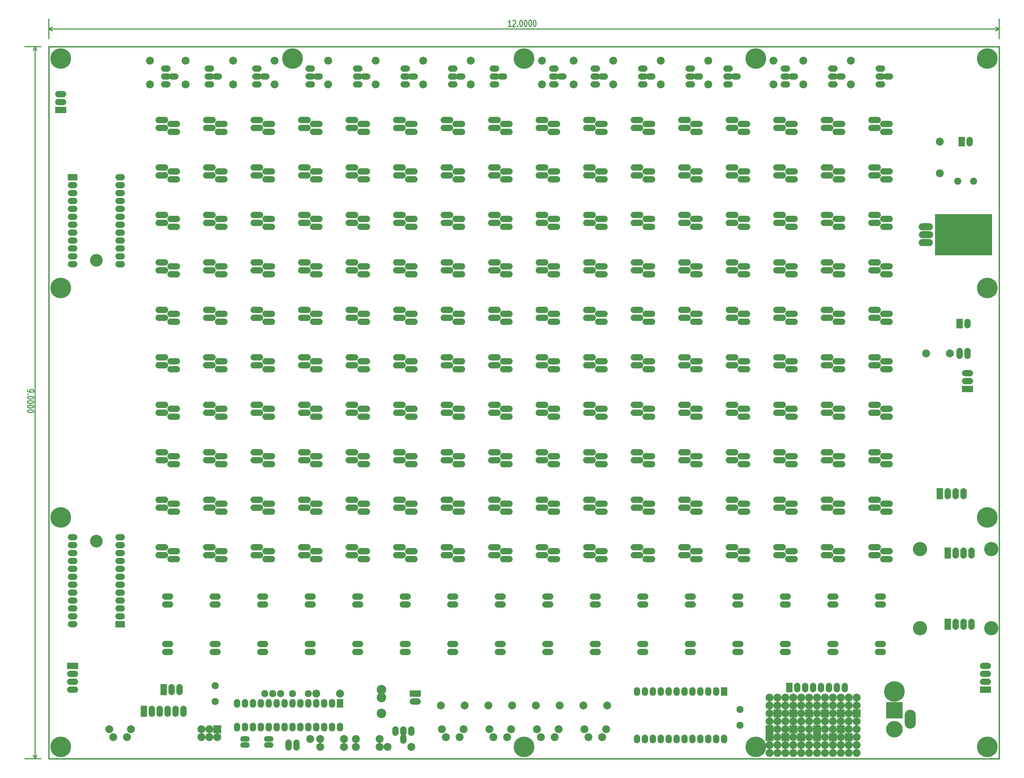
<source format=gts>
G04 (created by PCBNEW-RS274X (2010-05-05 BZR 2356)-stable) date 01/08/11 21:12:40*
G01*
G70*
G90*
%MOIN*%
G04 Gerber Fmt 3.4, Leading zero omitted, Abs format*
%FSLAX34Y34*%
G04 APERTURE LIST*
%ADD10C,0.005000*%
%ADD11C,0.012000*%
%ADD12C,0.015000*%
%ADD13C,0.090000*%
%ADD14C,0.100000*%
%ADD15O,0.120000X0.070000*%
%ADD16R,0.080000X0.110000*%
%ADD17O,0.080000X0.110000*%
%ADD18C,0.180000*%
%ADD19R,0.100000X0.100000*%
%ADD20R,0.120000X0.080000*%
%ADD21O,0.120000X0.080000*%
%ADD22O,0.080000X0.140000*%
%ADD23O,0.160000X0.080000*%
%ADD24O,0.180000X0.090000*%
%ADD25R,0.720000X0.520000*%
%ADD26C,0.120000*%
%ADD27O,0.140000X0.080000*%
%ADD28R,0.080000X0.120000*%
%ADD29O,0.080000X0.120000*%
%ADD30R,0.080000X0.140000*%
%ADD31R,0.140000X0.080000*%
%ADD32C,0.209000*%
%ADD33R,0.209000X0.209000*%
%ADD34O,0.140000X0.240000*%
%ADD35C,0.160000*%
%ADD36C,0.260000*%
G04 APERTURE END LIST*
G54D10*
G54D11*
X07287Y-53372D02*
X07287Y-53487D01*
X07325Y-53544D01*
X07363Y-53572D01*
X07478Y-53630D01*
X07630Y-53658D01*
X07935Y-53658D01*
X08011Y-53630D01*
X08049Y-53601D01*
X08087Y-53544D01*
X08087Y-53430D01*
X08049Y-53372D01*
X08011Y-53344D01*
X07935Y-53315D01*
X07744Y-53315D01*
X07668Y-53344D01*
X07630Y-53372D01*
X07592Y-53430D01*
X07592Y-53544D01*
X07630Y-53601D01*
X07668Y-53630D01*
X07744Y-53658D01*
X07363Y-53915D02*
X07325Y-53943D01*
X07287Y-53915D01*
X07325Y-53886D01*
X07363Y-53915D01*
X07287Y-53915D01*
X08087Y-54315D02*
X08087Y-54372D01*
X08049Y-54429D01*
X08011Y-54458D01*
X07935Y-54487D01*
X07782Y-54515D01*
X07592Y-54515D01*
X07440Y-54487D01*
X07363Y-54458D01*
X07325Y-54429D01*
X07287Y-54372D01*
X07287Y-54315D01*
X07325Y-54258D01*
X07363Y-54229D01*
X07440Y-54201D01*
X07592Y-54172D01*
X07782Y-54172D01*
X07935Y-54201D01*
X08011Y-54229D01*
X08049Y-54258D01*
X08087Y-54315D01*
X08087Y-54886D02*
X08087Y-54943D01*
X08049Y-55000D01*
X08011Y-55029D01*
X07935Y-55058D01*
X07782Y-55086D01*
X07592Y-55086D01*
X07440Y-55058D01*
X07363Y-55029D01*
X07325Y-55000D01*
X07287Y-54943D01*
X07287Y-54886D01*
X07325Y-54829D01*
X07363Y-54800D01*
X07440Y-54772D01*
X07592Y-54743D01*
X07782Y-54743D01*
X07935Y-54772D01*
X08011Y-54800D01*
X08049Y-54829D01*
X08087Y-54886D01*
X08087Y-55457D02*
X08087Y-55514D01*
X08049Y-55571D01*
X08011Y-55600D01*
X07935Y-55629D01*
X07782Y-55657D01*
X07592Y-55657D01*
X07440Y-55629D01*
X07363Y-55600D01*
X07325Y-55571D01*
X07287Y-55514D01*
X07287Y-55457D01*
X07325Y-55400D01*
X07363Y-55371D01*
X07440Y-55343D01*
X07592Y-55314D01*
X07782Y-55314D01*
X07935Y-55343D01*
X08011Y-55371D01*
X08049Y-55400D01*
X08087Y-55457D01*
X08087Y-56028D02*
X08087Y-56085D01*
X08049Y-56142D01*
X08011Y-56171D01*
X07935Y-56200D01*
X07782Y-56228D01*
X07592Y-56228D01*
X07440Y-56200D01*
X07363Y-56171D01*
X07325Y-56142D01*
X07287Y-56085D01*
X07287Y-56028D01*
X07325Y-55971D01*
X07363Y-55942D01*
X07440Y-55914D01*
X07592Y-55885D01*
X07782Y-55885D01*
X07935Y-55914D01*
X08011Y-55942D01*
X08049Y-55971D01*
X08087Y-56028D01*
X08251Y-10000D02*
X08251Y-100000D01*
X09000Y-10000D02*
X06971Y-10000D01*
X09000Y-100000D02*
X06971Y-100000D01*
X08251Y-100000D02*
X08021Y-99557D01*
X08251Y-100000D02*
X08481Y-99557D01*
X08251Y-10000D02*
X08021Y-10443D01*
X08251Y-10000D02*
X08481Y-10443D01*
X68373Y-07435D02*
X68030Y-07435D01*
X68202Y-07435D02*
X68202Y-06635D01*
X68145Y-06749D01*
X68087Y-06825D01*
X68030Y-06863D01*
X68601Y-06711D02*
X68630Y-06673D01*
X68687Y-06635D01*
X68830Y-06635D01*
X68887Y-06673D01*
X68916Y-06711D01*
X68944Y-06787D01*
X68944Y-06863D01*
X68916Y-06978D01*
X68573Y-07435D01*
X68944Y-07435D01*
X69201Y-07359D02*
X69229Y-07397D01*
X69201Y-07435D01*
X69172Y-07397D01*
X69201Y-07359D01*
X69201Y-07435D01*
X69601Y-06635D02*
X69658Y-06635D01*
X69715Y-06673D01*
X69744Y-06711D01*
X69773Y-06787D01*
X69801Y-06940D01*
X69801Y-07130D01*
X69773Y-07282D01*
X69744Y-07359D01*
X69715Y-07397D01*
X69658Y-07435D01*
X69601Y-07435D01*
X69544Y-07397D01*
X69515Y-07359D01*
X69487Y-07282D01*
X69458Y-07130D01*
X69458Y-06940D01*
X69487Y-06787D01*
X69515Y-06711D01*
X69544Y-06673D01*
X69601Y-06635D01*
X70172Y-06635D02*
X70229Y-06635D01*
X70286Y-06673D01*
X70315Y-06711D01*
X70344Y-06787D01*
X70372Y-06940D01*
X70372Y-07130D01*
X70344Y-07282D01*
X70315Y-07359D01*
X70286Y-07397D01*
X70229Y-07435D01*
X70172Y-07435D01*
X70115Y-07397D01*
X70086Y-07359D01*
X70058Y-07282D01*
X70029Y-07130D01*
X70029Y-06940D01*
X70058Y-06787D01*
X70086Y-06711D01*
X70115Y-06673D01*
X70172Y-06635D01*
X70743Y-06635D02*
X70800Y-06635D01*
X70857Y-06673D01*
X70886Y-06711D01*
X70915Y-06787D01*
X70943Y-06940D01*
X70943Y-07130D01*
X70915Y-07282D01*
X70886Y-07359D01*
X70857Y-07397D01*
X70800Y-07435D01*
X70743Y-07435D01*
X70686Y-07397D01*
X70657Y-07359D01*
X70629Y-07282D01*
X70600Y-07130D01*
X70600Y-06940D01*
X70629Y-06787D01*
X70657Y-06711D01*
X70686Y-06673D01*
X70743Y-06635D01*
X71314Y-06635D02*
X71371Y-06635D01*
X71428Y-06673D01*
X71457Y-06711D01*
X71486Y-06787D01*
X71514Y-06940D01*
X71514Y-07130D01*
X71486Y-07282D01*
X71457Y-07359D01*
X71428Y-07397D01*
X71371Y-07435D01*
X71314Y-07435D01*
X71257Y-07397D01*
X71228Y-07359D01*
X71200Y-07282D01*
X71171Y-07130D01*
X71171Y-06940D01*
X71200Y-06787D01*
X71228Y-06711D01*
X71257Y-06673D01*
X71314Y-06635D01*
X10000Y-07751D02*
X130000Y-07751D01*
X10000Y-09000D02*
X10000Y-06471D01*
X130000Y-09000D02*
X130000Y-06471D01*
X130000Y-07751D02*
X129557Y-07981D01*
X130000Y-07751D02*
X129557Y-07521D01*
X10000Y-07751D02*
X10443Y-07981D01*
X10000Y-07751D02*
X10443Y-07521D01*
G54D12*
X10000Y-100000D02*
X10000Y-10000D01*
X130000Y-100000D02*
X10000Y-100000D01*
X130000Y-10000D02*
X130000Y-100000D01*
X10000Y-10000D02*
X130000Y-10000D01*
G54D13*
X39250Y-91750D03*
X37250Y-91750D03*
X38250Y-91750D03*
G54D14*
X51750Y-97500D03*
X48750Y-97500D03*
X52750Y-98500D03*
X55750Y-98500D03*
X44250Y-98500D03*
X47250Y-98500D03*
X123750Y-48750D03*
X120750Y-48750D03*
G54D15*
X37750Y-98250D03*
X34750Y-98250D03*
G54D14*
X43750Y-91750D03*
X46750Y-91750D03*
X48750Y-98500D03*
X51750Y-98500D03*
X27250Y-14750D03*
X27250Y-11750D03*
X33250Y-14750D03*
X33250Y-11750D03*
X38500Y-14750D03*
X38500Y-11750D03*
X45250Y-14750D03*
X45250Y-11750D03*
X51250Y-14750D03*
X51250Y-11750D03*
X57250Y-14750D03*
X57250Y-11750D03*
X63250Y-14750D03*
X63250Y-11750D03*
X72250Y-14750D03*
X72250Y-11750D03*
X76250Y-14750D03*
X76250Y-11750D03*
X81250Y-14750D03*
X81250Y-11750D03*
X87250Y-14750D03*
X87250Y-11750D03*
X93250Y-14750D03*
X93250Y-11750D03*
X101500Y-14750D03*
X101500Y-11750D03*
X105250Y-14750D03*
X105250Y-11750D03*
X111250Y-14750D03*
X111250Y-11750D03*
X59500Y-93250D03*
X62500Y-93250D03*
X65500Y-93250D03*
X68500Y-93250D03*
X71500Y-93250D03*
X74500Y-93250D03*
X47250Y-97500D03*
X44250Y-97500D03*
X22750Y-14750D03*
X22750Y-11750D03*
X122500Y-26000D03*
X122500Y-22000D03*
G54D13*
X124750Y-27000D03*
X126750Y-27000D03*
X31000Y-92750D03*
X31000Y-90750D03*
X97250Y-93750D03*
X97250Y-95750D03*
X42750Y-91750D03*
X40750Y-91750D03*
G54D16*
X46750Y-93000D03*
G54D17*
X45750Y-93000D03*
X44750Y-93000D03*
X43750Y-93000D03*
X42750Y-93000D03*
X41750Y-93000D03*
X40750Y-93000D03*
X39750Y-93000D03*
X38750Y-93000D03*
X37750Y-93000D03*
X36750Y-93000D03*
X35750Y-93000D03*
X34750Y-93000D03*
X33750Y-93000D03*
X33750Y-96000D03*
X34750Y-96000D03*
X35750Y-96000D03*
X36750Y-96000D03*
X37750Y-96000D03*
X38750Y-96000D03*
X39750Y-96000D03*
X40750Y-96000D03*
X41750Y-96000D03*
X42750Y-96000D03*
X43750Y-96000D03*
X44750Y-96000D03*
X45750Y-96000D03*
X46750Y-96000D03*
G54D14*
X77500Y-93250D03*
X80500Y-93250D03*
G54D18*
X120000Y-83500D03*
X129000Y-83500D03*
X120000Y-73500D03*
X129000Y-73500D03*
G54D19*
X102000Y-94250D03*
G54D14*
X102000Y-93250D03*
X102000Y-92250D03*
X101000Y-92250D03*
X101000Y-93250D03*
X101000Y-94250D03*
G54D19*
X104000Y-94250D03*
G54D14*
X104000Y-93250D03*
X104000Y-92250D03*
X103000Y-92250D03*
X103000Y-93250D03*
X103000Y-94250D03*
G54D19*
X106000Y-94250D03*
G54D14*
X106000Y-93250D03*
X106000Y-92250D03*
X105000Y-92250D03*
X105000Y-93250D03*
X105000Y-94250D03*
G54D19*
X108000Y-94250D03*
G54D14*
X108000Y-93250D03*
X108000Y-92250D03*
X107000Y-92250D03*
X107000Y-93250D03*
X107000Y-94250D03*
G54D19*
X110000Y-94250D03*
G54D14*
X110000Y-93250D03*
X110000Y-92250D03*
X109000Y-92250D03*
X109000Y-93250D03*
X109000Y-94250D03*
G54D19*
X112000Y-94250D03*
G54D14*
X112000Y-93250D03*
X112000Y-92250D03*
X111000Y-92250D03*
X111000Y-93250D03*
X111000Y-94250D03*
G54D19*
X101000Y-97250D03*
G54D14*
X101000Y-98250D03*
X101000Y-99250D03*
X102000Y-99250D03*
X102000Y-98250D03*
X102000Y-97250D03*
G54D19*
X103000Y-97250D03*
G54D14*
X103000Y-98250D03*
X103000Y-99250D03*
X104000Y-99250D03*
X104000Y-98250D03*
X104000Y-97250D03*
G54D19*
X105000Y-97250D03*
G54D14*
X105000Y-98250D03*
X105000Y-99250D03*
X106000Y-99250D03*
X106000Y-98250D03*
X106000Y-97250D03*
G54D19*
X107000Y-97250D03*
G54D14*
X107000Y-98250D03*
X107000Y-99250D03*
X108000Y-99250D03*
X108000Y-98250D03*
X108000Y-97250D03*
G54D19*
X109000Y-97250D03*
G54D14*
X109000Y-98250D03*
X109000Y-99250D03*
X110000Y-99250D03*
X110000Y-98250D03*
X110000Y-97250D03*
G54D19*
X111000Y-97250D03*
G54D14*
X111000Y-98250D03*
X111000Y-99250D03*
X112000Y-99250D03*
X112000Y-98250D03*
X112000Y-97250D03*
G54D19*
X101000Y-96250D03*
G54D14*
X102000Y-96250D03*
X103000Y-96250D03*
X103000Y-95250D03*
X102000Y-95250D03*
X101000Y-95250D03*
G54D19*
X104000Y-96250D03*
G54D14*
X105000Y-96250D03*
X106000Y-96250D03*
X106000Y-95250D03*
X105000Y-95250D03*
X104000Y-95250D03*
G54D19*
X107000Y-96250D03*
G54D14*
X108000Y-96250D03*
X109000Y-96250D03*
X109000Y-95250D03*
X108000Y-95250D03*
X107000Y-95250D03*
G54D19*
X110000Y-96250D03*
G54D14*
X111000Y-96250D03*
X112000Y-96250D03*
X112000Y-95250D03*
X111000Y-95250D03*
X110000Y-95250D03*
G54D16*
X95250Y-91500D03*
G54D17*
X94250Y-91500D03*
X93250Y-91500D03*
X92250Y-91500D03*
X91250Y-91500D03*
X90250Y-91500D03*
X89250Y-91500D03*
X88250Y-91500D03*
X87250Y-91500D03*
X86250Y-91500D03*
X85250Y-91500D03*
X84250Y-91500D03*
X84250Y-97500D03*
X85250Y-97500D03*
X86250Y-97500D03*
X87250Y-97500D03*
X88250Y-97500D03*
X89250Y-97500D03*
X90250Y-97500D03*
X91250Y-97500D03*
X92250Y-97500D03*
X93250Y-97500D03*
X94250Y-97500D03*
X95250Y-97500D03*
G54D20*
X13000Y-26500D03*
G54D21*
X13000Y-27500D03*
X13000Y-28500D03*
X13000Y-29500D03*
X13000Y-30500D03*
X13000Y-31500D03*
X13000Y-32500D03*
X13000Y-33500D03*
X13000Y-34500D03*
X13000Y-35500D03*
X13000Y-36500D03*
X13000Y-37500D03*
X19000Y-37500D03*
X19000Y-36500D03*
X19000Y-35500D03*
X19000Y-34500D03*
X19000Y-33500D03*
X19000Y-32500D03*
X19000Y-31500D03*
X19000Y-30500D03*
X19000Y-29500D03*
X19000Y-28500D03*
X19000Y-27500D03*
X19000Y-26500D03*
G54D20*
X19000Y-83000D03*
G54D21*
X19000Y-82000D03*
X19000Y-81000D03*
X19000Y-80000D03*
X19000Y-79000D03*
X19000Y-78000D03*
X19000Y-77000D03*
X19000Y-76000D03*
X19000Y-75000D03*
X19000Y-74000D03*
X19000Y-73000D03*
X19000Y-72000D03*
X13000Y-72000D03*
X13000Y-73000D03*
X13000Y-74000D03*
X13000Y-75000D03*
X13000Y-76000D03*
X13000Y-77000D03*
X13000Y-78000D03*
X13000Y-79000D03*
X13000Y-80000D03*
X13000Y-81000D03*
X13000Y-82000D03*
X13000Y-83000D03*
G54D22*
X40250Y-98250D03*
X41250Y-98250D03*
X125000Y-48750D03*
X126000Y-48750D03*
G54D23*
X115750Y-74750D03*
X114250Y-74250D03*
X115750Y-73750D03*
X114250Y-73250D03*
X109750Y-74750D03*
X108250Y-74250D03*
X109750Y-73750D03*
X108250Y-73250D03*
X103750Y-74750D03*
X102250Y-74250D03*
X103750Y-73750D03*
X102250Y-73250D03*
X97750Y-74750D03*
X96250Y-74250D03*
X97750Y-73750D03*
X96250Y-73250D03*
X91750Y-74750D03*
X90250Y-74250D03*
X91750Y-73750D03*
X90250Y-73250D03*
X85750Y-74750D03*
X84250Y-74250D03*
X85750Y-73750D03*
X84250Y-73250D03*
X79750Y-74750D03*
X78250Y-74250D03*
X79750Y-73750D03*
X78250Y-73250D03*
X73750Y-74750D03*
X72250Y-74250D03*
X73750Y-73750D03*
X72250Y-73250D03*
X67750Y-74750D03*
X66250Y-74250D03*
X67750Y-73750D03*
X66250Y-73250D03*
X61750Y-74750D03*
X60250Y-74250D03*
X61750Y-73750D03*
X60250Y-73250D03*
X55750Y-74750D03*
X54250Y-74250D03*
X55750Y-73750D03*
X54250Y-73250D03*
X49750Y-74750D03*
X48250Y-74250D03*
X49750Y-73750D03*
X48250Y-73250D03*
X43750Y-74750D03*
X42250Y-74250D03*
X43750Y-73750D03*
X42250Y-73250D03*
X37750Y-74750D03*
X36250Y-74250D03*
X37750Y-73750D03*
X36250Y-73250D03*
X31750Y-74750D03*
X30250Y-74250D03*
X31750Y-73750D03*
X30250Y-73250D03*
X25750Y-74750D03*
X24250Y-74250D03*
X25750Y-73750D03*
X24250Y-73250D03*
X115750Y-68750D03*
X114250Y-68250D03*
X115750Y-67750D03*
X114250Y-67250D03*
X109750Y-68750D03*
X108250Y-68250D03*
X109750Y-67750D03*
X108250Y-67250D03*
X103750Y-68750D03*
X102250Y-68250D03*
X103750Y-67750D03*
X102250Y-67250D03*
X97750Y-68750D03*
X96250Y-68250D03*
X97750Y-67750D03*
X96250Y-67250D03*
X91750Y-68750D03*
X90250Y-68250D03*
X91750Y-67750D03*
X90250Y-67250D03*
X85750Y-68750D03*
X84250Y-68250D03*
X85750Y-67750D03*
X84250Y-67250D03*
X79750Y-68750D03*
X78250Y-68250D03*
X79750Y-67750D03*
X78250Y-67250D03*
X73750Y-68750D03*
X72250Y-68250D03*
X73750Y-67750D03*
X72250Y-67250D03*
X67750Y-68750D03*
X66250Y-68250D03*
X67750Y-67750D03*
X66250Y-67250D03*
X61750Y-68750D03*
X60250Y-68250D03*
X61750Y-67750D03*
X60250Y-67250D03*
X55750Y-68750D03*
X54250Y-68250D03*
X55750Y-67750D03*
X54250Y-67250D03*
X49750Y-68750D03*
X48250Y-68250D03*
X49750Y-67750D03*
X48250Y-67250D03*
X43750Y-68750D03*
X42250Y-68250D03*
X43750Y-67750D03*
X42250Y-67250D03*
X37750Y-68750D03*
X36250Y-68250D03*
X37750Y-67750D03*
X36250Y-67250D03*
X31750Y-68750D03*
X30250Y-68250D03*
X31750Y-67750D03*
X30250Y-67250D03*
X25750Y-68750D03*
X24250Y-68250D03*
X25750Y-67750D03*
X24250Y-67250D03*
X115750Y-62750D03*
X114250Y-62250D03*
X115750Y-61750D03*
X114250Y-61250D03*
X109750Y-62750D03*
X108250Y-62250D03*
X109750Y-61750D03*
X108250Y-61250D03*
X103750Y-62750D03*
X102250Y-62250D03*
X103750Y-61750D03*
X102250Y-61250D03*
X97750Y-62750D03*
X96250Y-62250D03*
X97750Y-61750D03*
X96250Y-61250D03*
X91750Y-62750D03*
X90250Y-62250D03*
X91750Y-61750D03*
X90250Y-61250D03*
X85750Y-62750D03*
X84250Y-62250D03*
X85750Y-61750D03*
X84250Y-61250D03*
X79750Y-62750D03*
X78250Y-62250D03*
X79750Y-61750D03*
X78250Y-61250D03*
X73750Y-62750D03*
X72250Y-62250D03*
X73750Y-61750D03*
X72250Y-61250D03*
X67750Y-62750D03*
X66250Y-62250D03*
X67750Y-61750D03*
X66250Y-61250D03*
X61750Y-62750D03*
X60250Y-62250D03*
X61750Y-61750D03*
X60250Y-61250D03*
X55750Y-62750D03*
X54250Y-62250D03*
X55750Y-61750D03*
X54250Y-61250D03*
X49750Y-62750D03*
X48250Y-62250D03*
X49750Y-61750D03*
X48250Y-61250D03*
X43750Y-62750D03*
X42250Y-62250D03*
X43750Y-61750D03*
X42250Y-61250D03*
X37750Y-62750D03*
X36250Y-62250D03*
X37750Y-61750D03*
X36250Y-61250D03*
X31750Y-62750D03*
X30250Y-62250D03*
X31750Y-61750D03*
X30250Y-61250D03*
X25750Y-62750D03*
X24250Y-62250D03*
X25750Y-61750D03*
X24250Y-61250D03*
X115750Y-56750D03*
X114250Y-56250D03*
X115750Y-55750D03*
X114250Y-55250D03*
X109750Y-56750D03*
X108250Y-56250D03*
X109750Y-55750D03*
X108250Y-55250D03*
X103750Y-56750D03*
X102250Y-56250D03*
X103750Y-55750D03*
X102250Y-55250D03*
X97750Y-56750D03*
X96250Y-56250D03*
X97750Y-55750D03*
X96250Y-55250D03*
X91750Y-56750D03*
X90250Y-56250D03*
X91750Y-55750D03*
X90250Y-55250D03*
X85750Y-56750D03*
X84250Y-56250D03*
X85750Y-55750D03*
X84250Y-55250D03*
X79750Y-56750D03*
X78250Y-56250D03*
X79750Y-55750D03*
X78250Y-55250D03*
X73750Y-56750D03*
X72250Y-56250D03*
X73750Y-55750D03*
X72250Y-55250D03*
X67750Y-56750D03*
X66250Y-56250D03*
X67750Y-55750D03*
X66250Y-55250D03*
X61750Y-56750D03*
X60250Y-56250D03*
X61750Y-55750D03*
X60250Y-55250D03*
X55750Y-56750D03*
X54250Y-56250D03*
X55750Y-55750D03*
X54250Y-55250D03*
X49750Y-56750D03*
X48250Y-56250D03*
X49750Y-55750D03*
X48250Y-55250D03*
X43750Y-56750D03*
X42250Y-56250D03*
X43750Y-55750D03*
X42250Y-55250D03*
X37750Y-56750D03*
X36250Y-56250D03*
X37750Y-55750D03*
X36250Y-55250D03*
X31750Y-56750D03*
X30250Y-56250D03*
X31750Y-55750D03*
X30250Y-55250D03*
X25750Y-56750D03*
X24250Y-56250D03*
X25750Y-55750D03*
X24250Y-55250D03*
X115750Y-50750D03*
X114250Y-50250D03*
X115750Y-49750D03*
X114250Y-49250D03*
X109750Y-50750D03*
X108250Y-50250D03*
X109750Y-49750D03*
X108250Y-49250D03*
X103750Y-50750D03*
X102250Y-50250D03*
X103750Y-49750D03*
X102250Y-49250D03*
X97750Y-50750D03*
X96250Y-50250D03*
X97750Y-49750D03*
X96250Y-49250D03*
X91750Y-50750D03*
X90250Y-50250D03*
X91750Y-49750D03*
X90250Y-49250D03*
X85750Y-50750D03*
X84250Y-50250D03*
X85750Y-49750D03*
X84250Y-49250D03*
X79750Y-50750D03*
X78250Y-50250D03*
X79750Y-49750D03*
X78250Y-49250D03*
X73750Y-50750D03*
X72250Y-50250D03*
X73750Y-49750D03*
X72250Y-49250D03*
X67750Y-50750D03*
X66250Y-50250D03*
X67750Y-49750D03*
X66250Y-49250D03*
X61750Y-50750D03*
X60250Y-50250D03*
X61750Y-49750D03*
X60250Y-49250D03*
X55750Y-50750D03*
X54250Y-50250D03*
X55750Y-49750D03*
X54250Y-49250D03*
X49750Y-50750D03*
X48250Y-50250D03*
X49750Y-49750D03*
X48250Y-49250D03*
X43750Y-50750D03*
X42250Y-50250D03*
X43750Y-49750D03*
X42250Y-49250D03*
X37750Y-50750D03*
X36250Y-50250D03*
X37750Y-49750D03*
X36250Y-49250D03*
X31750Y-50750D03*
X30250Y-50250D03*
X31750Y-49750D03*
X30250Y-49250D03*
X25750Y-50750D03*
X24250Y-50250D03*
X25750Y-49750D03*
X24250Y-49250D03*
X115750Y-44750D03*
X114250Y-44250D03*
X115750Y-43750D03*
X114250Y-43250D03*
X109750Y-44750D03*
X108250Y-44250D03*
X109750Y-43750D03*
X108250Y-43250D03*
X103750Y-44750D03*
X102250Y-44250D03*
X103750Y-43750D03*
X102250Y-43250D03*
X97750Y-44750D03*
X96250Y-44250D03*
X97750Y-43750D03*
X96250Y-43250D03*
X91750Y-44750D03*
X90250Y-44250D03*
X91750Y-43750D03*
X90250Y-43250D03*
X85750Y-44750D03*
X84250Y-44250D03*
X85750Y-43750D03*
X84250Y-43250D03*
X79750Y-44750D03*
X78250Y-44250D03*
X79750Y-43750D03*
X78250Y-43250D03*
X73750Y-44750D03*
X72250Y-44250D03*
X73750Y-43750D03*
X72250Y-43250D03*
X67750Y-44750D03*
X66250Y-44250D03*
X67750Y-43750D03*
X66250Y-43250D03*
X61750Y-44750D03*
X60250Y-44250D03*
X61750Y-43750D03*
X60250Y-43250D03*
X55750Y-44750D03*
X54250Y-44250D03*
X55750Y-43750D03*
X54250Y-43250D03*
X49750Y-44750D03*
X48250Y-44250D03*
X49750Y-43750D03*
X48250Y-43250D03*
X43750Y-44750D03*
X42250Y-44250D03*
X43750Y-43750D03*
X42250Y-43250D03*
X37750Y-44750D03*
X36250Y-44250D03*
X37750Y-43750D03*
X36250Y-43250D03*
X31750Y-44750D03*
X30250Y-44250D03*
X31750Y-43750D03*
X30250Y-43250D03*
X25750Y-44750D03*
X24250Y-44250D03*
X25750Y-43750D03*
X24250Y-43250D03*
X115750Y-38750D03*
X114250Y-38250D03*
X115750Y-37750D03*
X114250Y-37250D03*
X109750Y-38750D03*
X108250Y-38250D03*
X109750Y-37750D03*
X108250Y-37250D03*
X103750Y-38750D03*
X102250Y-38250D03*
X103750Y-37750D03*
X102250Y-37250D03*
X97750Y-38750D03*
X96250Y-38250D03*
X97750Y-37750D03*
X96250Y-37250D03*
X91750Y-38750D03*
X90250Y-38250D03*
X91750Y-37750D03*
X90250Y-37250D03*
X85750Y-38750D03*
X84250Y-38250D03*
X85750Y-37750D03*
X84250Y-37250D03*
X79750Y-38750D03*
X78250Y-38250D03*
X79750Y-37750D03*
X78250Y-37250D03*
X73750Y-38750D03*
X72250Y-38250D03*
X73750Y-37750D03*
X72250Y-37250D03*
X67750Y-38750D03*
X66250Y-38250D03*
X67750Y-37750D03*
X66250Y-37250D03*
X61750Y-38750D03*
X60250Y-38250D03*
X61750Y-37750D03*
X60250Y-37250D03*
X55750Y-38750D03*
X54250Y-38250D03*
X55750Y-37750D03*
X54250Y-37250D03*
X49750Y-38750D03*
X48250Y-38250D03*
X49750Y-37750D03*
X48250Y-37250D03*
X43750Y-38750D03*
X42250Y-38250D03*
X43750Y-37750D03*
X42250Y-37250D03*
X37750Y-38750D03*
X36250Y-38250D03*
X37750Y-37750D03*
X36250Y-37250D03*
X31750Y-38750D03*
X30250Y-38250D03*
X31750Y-37750D03*
X30250Y-37250D03*
X25750Y-38750D03*
X24250Y-38250D03*
X25750Y-37750D03*
X24250Y-37250D03*
X115750Y-32750D03*
X114250Y-32250D03*
X115750Y-31750D03*
X114250Y-31250D03*
X109750Y-32750D03*
X108250Y-32250D03*
X109750Y-31750D03*
X108250Y-31250D03*
X103750Y-32750D03*
X102250Y-32250D03*
X103750Y-31750D03*
X102250Y-31250D03*
X97750Y-32750D03*
X96250Y-32250D03*
X97750Y-31750D03*
X96250Y-31250D03*
X91750Y-32750D03*
X90250Y-32250D03*
X91750Y-31750D03*
X90250Y-31250D03*
X85750Y-32750D03*
X84250Y-32250D03*
X85750Y-31750D03*
X84250Y-31250D03*
X79750Y-32750D03*
X78250Y-32250D03*
X79750Y-31750D03*
X78250Y-31250D03*
X73750Y-32750D03*
X72250Y-32250D03*
X73750Y-31750D03*
X72250Y-31250D03*
X67750Y-32750D03*
X66250Y-32250D03*
X67750Y-31750D03*
X66250Y-31250D03*
X61750Y-32750D03*
X60250Y-32250D03*
X61750Y-31750D03*
X60250Y-31250D03*
X55750Y-32750D03*
X54250Y-32250D03*
X55750Y-31750D03*
X54250Y-31250D03*
X49750Y-32750D03*
X48250Y-32250D03*
X49750Y-31750D03*
X48250Y-31250D03*
X43750Y-32750D03*
X42250Y-32250D03*
X43750Y-31750D03*
X42250Y-31250D03*
X37750Y-32750D03*
X36250Y-32250D03*
X37750Y-31750D03*
X36250Y-31250D03*
X31750Y-32750D03*
X30250Y-32250D03*
X31750Y-31750D03*
X30250Y-31250D03*
X25750Y-32750D03*
X24250Y-32250D03*
X25750Y-31750D03*
X24250Y-31250D03*
X115750Y-26750D03*
X114250Y-26250D03*
X115750Y-25750D03*
X114250Y-25250D03*
X109750Y-26750D03*
X108250Y-26250D03*
X109750Y-25750D03*
X108250Y-25250D03*
X103750Y-26750D03*
X102250Y-26250D03*
X103750Y-25750D03*
X102250Y-25250D03*
X97750Y-26750D03*
X96250Y-26250D03*
X97750Y-25750D03*
X96250Y-25250D03*
X91750Y-26750D03*
X90250Y-26250D03*
X91750Y-25750D03*
X90250Y-25250D03*
X85750Y-26750D03*
X84250Y-26250D03*
X85750Y-25750D03*
X84250Y-25250D03*
X79750Y-26750D03*
X78250Y-26250D03*
X79750Y-25750D03*
X78250Y-25250D03*
X73750Y-26750D03*
X72250Y-26250D03*
X73750Y-25750D03*
X72250Y-25250D03*
X67750Y-26750D03*
X66250Y-26250D03*
X67750Y-25750D03*
X66250Y-25250D03*
X61750Y-26750D03*
X60250Y-26250D03*
X61750Y-25750D03*
X60250Y-25250D03*
X55750Y-26750D03*
X54250Y-26250D03*
X55750Y-25750D03*
X54250Y-25250D03*
X49750Y-26750D03*
X48250Y-26250D03*
X49750Y-25750D03*
X48250Y-25250D03*
X43750Y-26750D03*
X42250Y-26250D03*
X43750Y-25750D03*
X42250Y-25250D03*
X37750Y-26750D03*
X36250Y-26250D03*
X37750Y-25750D03*
X36250Y-25250D03*
X31750Y-26750D03*
X30250Y-26250D03*
X31750Y-25750D03*
X30250Y-25250D03*
X25750Y-26750D03*
X24250Y-26250D03*
X25750Y-25750D03*
X24250Y-25250D03*
X115750Y-20750D03*
X114250Y-20250D03*
X115750Y-19750D03*
X114250Y-19250D03*
X109750Y-20750D03*
X108250Y-20250D03*
X109750Y-19750D03*
X108250Y-19250D03*
X103750Y-20750D03*
X102250Y-20250D03*
X103750Y-19750D03*
X102250Y-19250D03*
X97750Y-20750D03*
X96250Y-20250D03*
X97750Y-19750D03*
X96250Y-19250D03*
X91750Y-20750D03*
X90250Y-20250D03*
X91750Y-19750D03*
X90250Y-19250D03*
X85750Y-20750D03*
X84250Y-20250D03*
X85750Y-19750D03*
X84250Y-19250D03*
X79750Y-20750D03*
X78250Y-20250D03*
X79750Y-19750D03*
X78250Y-19250D03*
X73750Y-20750D03*
X72250Y-20250D03*
X73750Y-19750D03*
X72250Y-19250D03*
X67750Y-20750D03*
X66250Y-20250D03*
X67750Y-19750D03*
X66250Y-19250D03*
X61750Y-20750D03*
X60250Y-20250D03*
X61750Y-19750D03*
X60250Y-19250D03*
X55750Y-20750D03*
X54250Y-20250D03*
X55750Y-19750D03*
X54250Y-19250D03*
X49750Y-20750D03*
X48250Y-20250D03*
X49750Y-19750D03*
X48250Y-19250D03*
X43750Y-20750D03*
X42250Y-20250D03*
X43750Y-19750D03*
X42250Y-19250D03*
X37750Y-20750D03*
X36250Y-20250D03*
X37750Y-19750D03*
X36250Y-19250D03*
X31750Y-20750D03*
X30250Y-20250D03*
X31750Y-19750D03*
X30250Y-19250D03*
X25750Y-20750D03*
X24250Y-20250D03*
X25750Y-19750D03*
X24250Y-19250D03*
G54D24*
X120720Y-34750D03*
X120720Y-32750D03*
G54D25*
X125500Y-33750D03*
G54D24*
X120750Y-33750D03*
G54D26*
X52000Y-94250D03*
X52000Y-91250D03*
X52000Y-92250D03*
G54D27*
X115000Y-85500D03*
X115000Y-86500D03*
X109000Y-85500D03*
X109000Y-86500D03*
X103000Y-85500D03*
X103000Y-86500D03*
X97000Y-85500D03*
X97000Y-86500D03*
X91000Y-85500D03*
X91000Y-86500D03*
X85000Y-85500D03*
X85000Y-86500D03*
X79000Y-85500D03*
X79000Y-86500D03*
X73000Y-85500D03*
X73000Y-86500D03*
X67000Y-85500D03*
X67000Y-86500D03*
X61000Y-85500D03*
X61000Y-86500D03*
X55000Y-85500D03*
X55000Y-86500D03*
X49000Y-85500D03*
X49000Y-86500D03*
X43000Y-85500D03*
X43000Y-86500D03*
X37000Y-85500D03*
X37000Y-86500D03*
X31000Y-85500D03*
X31000Y-86500D03*
X25000Y-85500D03*
X25000Y-86500D03*
X115000Y-79500D03*
X115000Y-80500D03*
X109000Y-79500D03*
X109000Y-80500D03*
X103000Y-79500D03*
X103000Y-80500D03*
X97000Y-79500D03*
X97000Y-80500D03*
X91000Y-79500D03*
X91000Y-80500D03*
X85000Y-79500D03*
X85000Y-80500D03*
X79000Y-79500D03*
X79000Y-80500D03*
X73000Y-79500D03*
X73000Y-80500D03*
X67000Y-79500D03*
X67000Y-80500D03*
X61000Y-79500D03*
X61000Y-80500D03*
X55000Y-79500D03*
X55000Y-80500D03*
X49000Y-79500D03*
X49000Y-80500D03*
X43000Y-79500D03*
X43000Y-80500D03*
X37000Y-79500D03*
X37000Y-80500D03*
X31000Y-79500D03*
X31000Y-80500D03*
X25000Y-79500D03*
X25000Y-80500D03*
G54D28*
X125000Y-45000D03*
G54D29*
X126000Y-45000D03*
G54D28*
X125250Y-22000D03*
G54D29*
X126250Y-22000D03*
G54D14*
X72125Y-97250D03*
X73875Y-97250D03*
X71625Y-96250D03*
X74375Y-96250D03*
X66125Y-97250D03*
X67875Y-97250D03*
X65625Y-96250D03*
X68375Y-96250D03*
X60125Y-97250D03*
X61875Y-97250D03*
X59625Y-96250D03*
X62375Y-96250D03*
X18125Y-97250D03*
X19875Y-97250D03*
X17625Y-96250D03*
X20375Y-96250D03*
X78125Y-97250D03*
X79875Y-97250D03*
X77625Y-96250D03*
X80375Y-96250D03*
X43000Y-97500D03*
G54D30*
X24500Y-91250D03*
G54D22*
X25500Y-91250D03*
X26500Y-91250D03*
G54D31*
X126000Y-53250D03*
G54D27*
X126000Y-52250D03*
X126000Y-51250D03*
G54D31*
X11500Y-18000D03*
G54D27*
X11500Y-17000D03*
X11500Y-16000D03*
G54D30*
X122500Y-66500D03*
G54D22*
X123500Y-66500D03*
X124500Y-66500D03*
X125500Y-66500D03*
G54D30*
X123500Y-83000D03*
G54D22*
X124500Y-83000D03*
X125500Y-83000D03*
X126500Y-83000D03*
G54D30*
X123500Y-74000D03*
G54D22*
X124500Y-74000D03*
X125500Y-74000D03*
X126500Y-74000D03*
G54D28*
X103500Y-91000D03*
G54D29*
X104500Y-91000D03*
X105500Y-91000D03*
X106500Y-91000D03*
X107500Y-91000D03*
X108500Y-91000D03*
X109500Y-91000D03*
X110500Y-91000D03*
G54D31*
X56250Y-91750D03*
G54D27*
X56250Y-92750D03*
G54D19*
X31250Y-96250D03*
G54D14*
X31250Y-97250D03*
X30250Y-96250D03*
X30250Y-97250D03*
X29250Y-96250D03*
X29250Y-97250D03*
G54D30*
X22000Y-94000D03*
G54D22*
X23000Y-94000D03*
X24000Y-94000D03*
X25000Y-94000D03*
X26000Y-94000D03*
X27000Y-94000D03*
G54D31*
X13000Y-88250D03*
G54D27*
X13000Y-89250D03*
X13000Y-90250D03*
X13000Y-91250D03*
G54D21*
X24750Y-12750D03*
X24750Y-13750D03*
X24750Y-14750D03*
X25750Y-13750D03*
X30250Y-12750D03*
X30250Y-13750D03*
X30250Y-14750D03*
X31250Y-13750D03*
X36250Y-12750D03*
X36250Y-13750D03*
X36250Y-14750D03*
X37250Y-13750D03*
X43000Y-12750D03*
X43000Y-13750D03*
X43000Y-14750D03*
X44000Y-13750D03*
X49000Y-12750D03*
X49000Y-13750D03*
X49000Y-14750D03*
X50000Y-13750D03*
X55000Y-12750D03*
X55000Y-13750D03*
X55000Y-14750D03*
X56000Y-13750D03*
X61000Y-12750D03*
X61000Y-13750D03*
X61000Y-14750D03*
X62000Y-13750D03*
X66250Y-12750D03*
X66250Y-13750D03*
X66250Y-14750D03*
X67250Y-13750D03*
X73750Y-12750D03*
X73750Y-13750D03*
X73750Y-14750D03*
X74750Y-13750D03*
X79000Y-12750D03*
X79000Y-13750D03*
X79000Y-14750D03*
X80000Y-13750D03*
X85000Y-12750D03*
X85000Y-13750D03*
X85000Y-14750D03*
X86000Y-13750D03*
X91000Y-12750D03*
X91000Y-13750D03*
X91000Y-14750D03*
X92000Y-13750D03*
X95750Y-12750D03*
X95750Y-13750D03*
X95750Y-14750D03*
X96750Y-13750D03*
X103000Y-12750D03*
X103000Y-13750D03*
X103000Y-14750D03*
X104000Y-13750D03*
X109000Y-12750D03*
X109000Y-13750D03*
X109000Y-14750D03*
X110000Y-13750D03*
X115000Y-12750D03*
X115000Y-13750D03*
X115000Y-14750D03*
X116000Y-13750D03*
G54D29*
X55750Y-96500D03*
X54750Y-96500D03*
X53750Y-96500D03*
X54750Y-97500D03*
G54D32*
X116750Y-96250D03*
G54D33*
X116750Y-93850D03*
G54D34*
X118750Y-95000D03*
G54D35*
X16000Y-37000D03*
X16000Y-72500D03*
G54D15*
X37750Y-97500D03*
X34750Y-97500D03*
G54D36*
X11500Y-11500D03*
X40750Y-11500D03*
X70000Y-11500D03*
X99250Y-11500D03*
X128500Y-11500D03*
X128500Y-40500D03*
X128500Y-69500D03*
X128500Y-98500D03*
X99250Y-98500D03*
X70000Y-98500D03*
X116750Y-91500D03*
X11500Y-98500D03*
X11500Y-69500D03*
X11500Y-40500D03*
G54D31*
X128250Y-91250D03*
G54D27*
X128250Y-90250D03*
X128250Y-89250D03*
X128250Y-88250D03*
M02*

</source>
